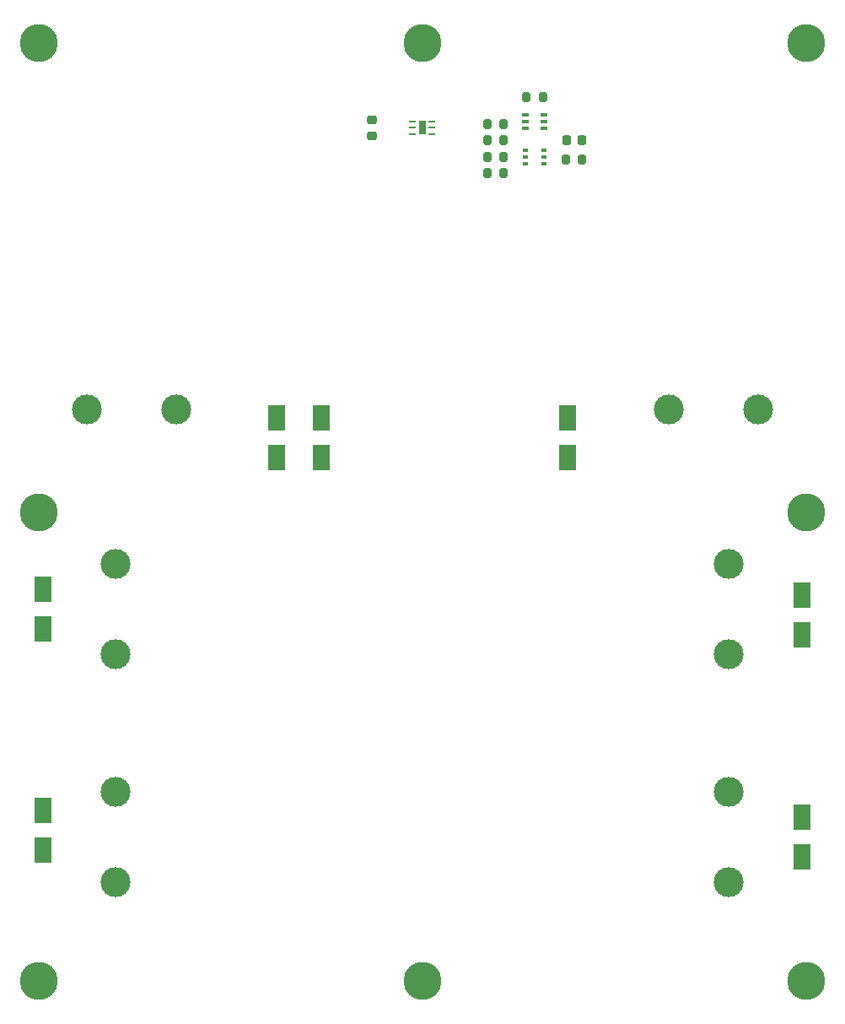
<source format=gts>
%TF.GenerationSoftware,KiCad,Pcbnew,(6.0.5)*%
%TF.CreationDate,2022-07-09T16:24:38-07:00*%
%TF.ProjectId,solar-panel-side-X-minus,736f6c61-722d-4706-916e-656c2d736964,rev?*%
%TF.SameCoordinates,Original*%
%TF.FileFunction,Soldermask,Top*%
%TF.FilePolarity,Negative*%
%FSLAX46Y46*%
G04 Gerber Fmt 4.6, Leading zero omitted, Abs format (unit mm)*
G04 Created by KiCad (PCBNEW (6.0.5)) date 2022-07-09 16:24:38*
%MOMM*%
%LPD*%
G01*
G04 APERTURE LIST*
G04 Aperture macros list*
%AMRoundRect*
0 Rectangle with rounded corners*
0 $1 Rounding radius*
0 $2 $3 $4 $5 $6 $7 $8 $9 X,Y pos of 4 corners*
0 Add a 4 corners polygon primitive as box body*
4,1,4,$2,$3,$4,$5,$6,$7,$8,$9,$2,$3,0*
0 Add four circle primitives for the rounded corners*
1,1,$1+$1,$2,$3*
1,1,$1+$1,$4,$5*
1,1,$1+$1,$6,$7*
1,1,$1+$1,$8,$9*
0 Add four rect primitives between the rounded corners*
20,1,$1+$1,$2,$3,$4,$5,0*
20,1,$1+$1,$4,$5,$6,$7,0*
20,1,$1+$1,$6,$7,$8,$9,0*
20,1,$1+$1,$8,$9,$2,$3,0*%
G04 Aperture macros list end*
%ADD10R,1.700000X2.500000*%
%ADD11C,3.000000*%
%ADD12RoundRect,0.225000X-0.250000X0.225000X-0.250000X-0.225000X0.250000X-0.225000X0.250000X0.225000X0*%
%ADD13R,0.740000X0.270000*%
%ADD14R,0.650000X1.350000*%
%ADD15C,2.600000*%
%ADD16C,3.800000*%
%ADD17RoundRect,0.225000X-0.225000X-0.250000X0.225000X-0.250000X0.225000X0.250000X-0.225000X0.250000X0*%
%ADD18R,0.650000X0.400000*%
%ADD19R,0.600000X0.400000*%
%ADD20RoundRect,0.200000X-0.200000X-0.275000X0.200000X-0.275000X0.200000X0.275000X-0.200000X0.275000X0*%
%ADD21RoundRect,0.200000X0.200000X0.275000X-0.200000X0.275000X-0.200000X-0.275000X0.200000X-0.275000X0*%
G04 APERTURE END LIST*
D10*
X140970000Y-83725000D03*
X140970000Y-87725000D03*
X165735000Y-87725000D03*
X165735000Y-83725000D03*
X189230000Y-101505000D03*
X189230000Y-105505000D03*
X189230000Y-123730000D03*
X189230000Y-127730000D03*
X113030000Y-127095000D03*
X113030000Y-123095000D03*
X113030000Y-104870000D03*
X113030000Y-100870000D03*
X136525000Y-87725000D03*
X136525000Y-83725000D03*
D11*
X126420000Y-82850000D03*
X117420000Y-82850000D03*
X184840000Y-82850000D03*
X175840000Y-82850000D03*
X181910000Y-98370000D03*
X181910000Y-107370000D03*
X181910000Y-121230000D03*
X181910000Y-130230000D03*
X120350000Y-130230000D03*
X120350000Y-121230000D03*
X120350000Y-107370000D03*
X120350000Y-98370000D03*
D12*
X146050000Y-53835000D03*
X146050000Y-55385000D03*
D13*
X150135000Y-53960000D03*
X150135000Y-54610000D03*
X150135000Y-55260000D03*
X152125000Y-55260000D03*
X152125000Y-54610000D03*
X152125000Y-53960000D03*
D14*
X151130000Y-54610000D03*
D15*
X189660000Y-46150000D03*
D16*
X189660000Y-46150000D03*
D15*
X151160000Y-46150000D03*
D16*
X151160000Y-46150000D03*
X112660000Y-46150000D03*
D15*
X112660000Y-46150000D03*
X112660000Y-93150000D03*
D16*
X112660000Y-93150000D03*
D15*
X112660000Y-140150000D03*
D16*
X112660000Y-140150000D03*
X151160000Y-140150000D03*
D15*
X151160000Y-140150000D03*
X189660000Y-140150000D03*
D16*
X189660000Y-140150000D03*
X189660000Y-93150000D03*
D15*
X189660000Y-93150000D03*
D17*
X165595000Y-55880000D03*
X167145000Y-55880000D03*
D18*
X161483000Y-53325000D03*
X161483000Y-53975000D03*
X161483000Y-54625000D03*
X163383000Y-54625000D03*
X163383000Y-53975000D03*
X163383000Y-53325000D03*
D19*
X161483000Y-56881000D03*
X161483000Y-57531000D03*
X161483000Y-58181000D03*
X163383000Y-58181000D03*
X163383000Y-57531000D03*
X163383000Y-56881000D03*
D20*
X157671000Y-55880000D03*
X159321000Y-55880000D03*
X157671000Y-59182000D03*
X159321000Y-59182000D03*
D21*
X159321000Y-54229000D03*
X157671000Y-54229000D03*
D20*
X157671000Y-57531000D03*
X159321000Y-57531000D03*
D21*
X167195000Y-57785000D03*
X165545000Y-57785000D03*
X163258000Y-51562000D03*
X161608000Y-51562000D03*
M02*

</source>
